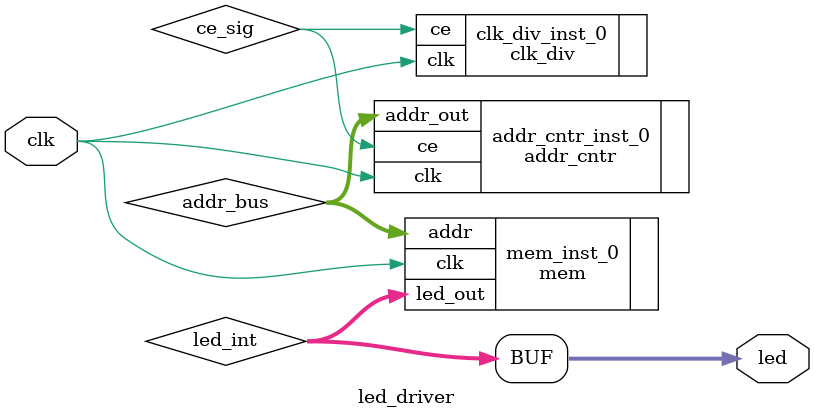
<source format=v>
`timescale 1ns / 1ps

module led_driver( input clk, 
                   output [3:0] led);
wire ce_sig;
wire [2:0] addr_bus;
wire [3:0] led_int;

//IBUFGDS  IBUFG_clk_i0           (.I(clk_p), .IB(clk_n), .O(clk)); 
clk_div  clk_div_inst_0         (.clk(clk), .ce(ce_sig));
addr_cntr    addr_cntr_inst_0   (.clk(clk), .ce(ce_sig), .addr_out(addr_bus));
mem  mem_inst_0                 (.clk(clk), .addr(addr_bus), .led_out(led_int));

assign led = led_int[3:0];

endmodule

</source>
